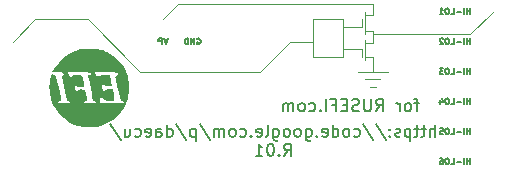
<source format=gbo>
G04 (created by PCBNEW (2013-07-07 BZR 4022)-stable) date 28/01/2014 11:02:56*
%MOIN*%
G04 Gerber Fmt 3.4, Leading zero omitted, Abs format*
%FSLAX34Y34*%
G01*
G70*
G90*
G04 APERTURE LIST*
%ADD10C,0.00590551*%
%ADD11C,0.008*%
%ADD12C,0.00393701*%
%ADD13C,0.005*%
%ADD14C,0.0001*%
G04 APERTURE END LIST*
G54D10*
G54D11*
X83545Y-63045D02*
X83392Y-63045D01*
X83488Y-63311D02*
X83488Y-62969D01*
X83469Y-62930D01*
X83430Y-62911D01*
X83392Y-62911D01*
X83202Y-63311D02*
X83240Y-63292D01*
X83259Y-63273D01*
X83278Y-63235D01*
X83278Y-63121D01*
X83259Y-63083D01*
X83240Y-63064D01*
X83202Y-63045D01*
X83145Y-63045D01*
X83107Y-63064D01*
X83088Y-63083D01*
X83069Y-63121D01*
X83069Y-63235D01*
X83088Y-63273D01*
X83107Y-63292D01*
X83145Y-63311D01*
X83202Y-63311D01*
X82897Y-63311D02*
X82897Y-63045D01*
X82897Y-63121D02*
X82878Y-63083D01*
X82859Y-63064D01*
X82821Y-63045D01*
X82783Y-63045D01*
X82116Y-63311D02*
X82250Y-63121D01*
X82345Y-63311D02*
X82345Y-62911D01*
X82192Y-62911D01*
X82154Y-62930D01*
X82135Y-62950D01*
X82116Y-62988D01*
X82116Y-63045D01*
X82135Y-63083D01*
X82154Y-63102D01*
X82192Y-63121D01*
X82345Y-63121D01*
X81945Y-62911D02*
X81945Y-63235D01*
X81926Y-63273D01*
X81907Y-63292D01*
X81869Y-63311D01*
X81792Y-63311D01*
X81754Y-63292D01*
X81735Y-63273D01*
X81716Y-63235D01*
X81716Y-62911D01*
X81545Y-63292D02*
X81488Y-63311D01*
X81392Y-63311D01*
X81354Y-63292D01*
X81335Y-63273D01*
X81316Y-63235D01*
X81316Y-63197D01*
X81335Y-63159D01*
X81354Y-63140D01*
X81392Y-63121D01*
X81469Y-63102D01*
X81507Y-63083D01*
X81526Y-63064D01*
X81545Y-63026D01*
X81545Y-62988D01*
X81526Y-62950D01*
X81507Y-62930D01*
X81469Y-62911D01*
X81373Y-62911D01*
X81316Y-62930D01*
X81145Y-63102D02*
X81011Y-63102D01*
X80954Y-63311D02*
X81145Y-63311D01*
X81145Y-62911D01*
X80954Y-62911D01*
X80650Y-63102D02*
X80783Y-63102D01*
X80783Y-63311D02*
X80783Y-62911D01*
X80592Y-62911D01*
X80440Y-63311D02*
X80440Y-62911D01*
X80250Y-63273D02*
X80230Y-63292D01*
X80250Y-63311D01*
X80269Y-63292D01*
X80250Y-63273D01*
X80250Y-63311D01*
X79888Y-63292D02*
X79926Y-63311D01*
X80002Y-63311D01*
X80040Y-63292D01*
X80059Y-63273D01*
X80078Y-63235D01*
X80078Y-63121D01*
X80059Y-63083D01*
X80040Y-63064D01*
X80002Y-63045D01*
X79926Y-63045D01*
X79888Y-63064D01*
X79659Y-63311D02*
X79697Y-63292D01*
X79716Y-63273D01*
X79735Y-63235D01*
X79735Y-63121D01*
X79716Y-63083D01*
X79697Y-63064D01*
X79659Y-63045D01*
X79602Y-63045D01*
X79564Y-63064D01*
X79545Y-63083D01*
X79526Y-63121D01*
X79526Y-63235D01*
X79545Y-63273D01*
X79564Y-63292D01*
X79602Y-63311D01*
X79659Y-63311D01*
X79354Y-63311D02*
X79354Y-63045D01*
X79354Y-63083D02*
X79335Y-63064D01*
X79297Y-63045D01*
X79240Y-63045D01*
X79202Y-63064D01*
X79183Y-63102D01*
X79183Y-63311D01*
X79183Y-63102D02*
X79164Y-63064D01*
X79126Y-63045D01*
X79069Y-63045D01*
X79030Y-63064D01*
X79011Y-63102D01*
X79011Y-63311D01*
G54D12*
X79250Y-61000D02*
X80000Y-61000D01*
X78250Y-62000D02*
X79250Y-61000D01*
X74250Y-62000D02*
X78250Y-62000D01*
X72500Y-60250D02*
X74250Y-62000D01*
X70750Y-60250D02*
X72500Y-60250D01*
X70000Y-61000D02*
X70750Y-60250D01*
X81900Y-62500D02*
X82100Y-62500D01*
X82000Y-60100D02*
X82000Y-59750D01*
X82000Y-60750D02*
X82000Y-60650D01*
X81750Y-60100D02*
X82000Y-60100D01*
X81750Y-60650D02*
X82000Y-60650D01*
X81500Y-61250D02*
X81650Y-61250D01*
X81650Y-61500D02*
X81650Y-61250D01*
X81650Y-60500D02*
X81500Y-60500D01*
X81650Y-60250D02*
X81650Y-60500D01*
X82000Y-61050D02*
X81750Y-61050D01*
X82000Y-60750D02*
X82000Y-61050D01*
X81750Y-61600D02*
X81750Y-60950D01*
X81750Y-61500D02*
X82000Y-61500D01*
X75500Y-59750D02*
X82000Y-59750D01*
X75000Y-60250D02*
X75500Y-59750D01*
X80000Y-60250D02*
X81000Y-60250D01*
X80000Y-61500D02*
X80000Y-60250D01*
X81000Y-61500D02*
X80000Y-61500D01*
X81000Y-60250D02*
X81000Y-61500D01*
X81500Y-61250D02*
X81000Y-61250D01*
X81750Y-62250D02*
X82250Y-62250D01*
X81500Y-62000D02*
X82500Y-62000D01*
X82000Y-61500D02*
X82000Y-62000D01*
X81500Y-60500D02*
X81000Y-60500D01*
X81750Y-60750D02*
X81750Y-60000D01*
X81750Y-60500D02*
X81750Y-60750D01*
X85250Y-60750D02*
X82000Y-60750D01*
X86000Y-60000D02*
X85250Y-60750D01*
G54D11*
X84080Y-64161D02*
X84080Y-63761D01*
X83909Y-64161D02*
X83909Y-63952D01*
X83928Y-63914D01*
X83966Y-63895D01*
X84023Y-63895D01*
X84061Y-63914D01*
X84080Y-63933D01*
X83776Y-63895D02*
X83623Y-63895D01*
X83719Y-63761D02*
X83719Y-64104D01*
X83699Y-64142D01*
X83661Y-64161D01*
X83623Y-64161D01*
X83547Y-63895D02*
X83395Y-63895D01*
X83490Y-63761D02*
X83490Y-64104D01*
X83471Y-64142D01*
X83433Y-64161D01*
X83395Y-64161D01*
X83261Y-63895D02*
X83261Y-64295D01*
X83261Y-63914D02*
X83223Y-63895D01*
X83147Y-63895D01*
X83109Y-63914D01*
X83090Y-63933D01*
X83071Y-63971D01*
X83071Y-64085D01*
X83090Y-64123D01*
X83109Y-64142D01*
X83147Y-64161D01*
X83223Y-64161D01*
X83261Y-64142D01*
X82919Y-64142D02*
X82880Y-64161D01*
X82804Y-64161D01*
X82766Y-64142D01*
X82747Y-64104D01*
X82747Y-64085D01*
X82766Y-64047D01*
X82804Y-64028D01*
X82861Y-64028D01*
X82900Y-64009D01*
X82919Y-63971D01*
X82919Y-63952D01*
X82900Y-63914D01*
X82861Y-63895D01*
X82804Y-63895D01*
X82766Y-63914D01*
X82576Y-64123D02*
X82557Y-64142D01*
X82576Y-64161D01*
X82595Y-64142D01*
X82576Y-64123D01*
X82576Y-64161D01*
X82576Y-63914D02*
X82557Y-63933D01*
X82576Y-63952D01*
X82595Y-63933D01*
X82576Y-63914D01*
X82576Y-63952D01*
X82100Y-63742D02*
X82442Y-64257D01*
X81680Y-63742D02*
X82023Y-64257D01*
X81376Y-64142D02*
X81414Y-64161D01*
X81490Y-64161D01*
X81528Y-64142D01*
X81547Y-64123D01*
X81566Y-64085D01*
X81566Y-63971D01*
X81547Y-63933D01*
X81528Y-63914D01*
X81490Y-63895D01*
X81414Y-63895D01*
X81376Y-63914D01*
X81147Y-64161D02*
X81185Y-64142D01*
X81204Y-64123D01*
X81223Y-64085D01*
X81223Y-63971D01*
X81204Y-63933D01*
X81185Y-63914D01*
X81147Y-63895D01*
X81090Y-63895D01*
X81052Y-63914D01*
X81033Y-63933D01*
X81014Y-63971D01*
X81014Y-64085D01*
X81033Y-64123D01*
X81052Y-64142D01*
X81090Y-64161D01*
X81147Y-64161D01*
X80671Y-64161D02*
X80671Y-63761D01*
X80671Y-64142D02*
X80709Y-64161D01*
X80785Y-64161D01*
X80823Y-64142D01*
X80842Y-64123D01*
X80861Y-64085D01*
X80861Y-63971D01*
X80842Y-63933D01*
X80823Y-63914D01*
X80785Y-63895D01*
X80709Y-63895D01*
X80671Y-63914D01*
X80328Y-64142D02*
X80366Y-64161D01*
X80442Y-64161D01*
X80480Y-64142D01*
X80500Y-64104D01*
X80500Y-63952D01*
X80480Y-63914D01*
X80442Y-63895D01*
X80366Y-63895D01*
X80328Y-63914D01*
X80309Y-63952D01*
X80309Y-63990D01*
X80500Y-64028D01*
X80138Y-64123D02*
X80119Y-64142D01*
X80138Y-64161D01*
X80157Y-64142D01*
X80138Y-64123D01*
X80138Y-64161D01*
X79776Y-63895D02*
X79776Y-64219D01*
X79795Y-64257D01*
X79814Y-64276D01*
X79852Y-64295D01*
X79909Y-64295D01*
X79947Y-64276D01*
X79776Y-64142D02*
X79814Y-64161D01*
X79890Y-64161D01*
X79928Y-64142D01*
X79947Y-64123D01*
X79966Y-64085D01*
X79966Y-63971D01*
X79947Y-63933D01*
X79928Y-63914D01*
X79890Y-63895D01*
X79814Y-63895D01*
X79776Y-63914D01*
X79528Y-64161D02*
X79566Y-64142D01*
X79585Y-64123D01*
X79604Y-64085D01*
X79604Y-63971D01*
X79585Y-63933D01*
X79566Y-63914D01*
X79528Y-63895D01*
X79471Y-63895D01*
X79433Y-63914D01*
X79414Y-63933D01*
X79395Y-63971D01*
X79395Y-64085D01*
X79414Y-64123D01*
X79433Y-64142D01*
X79471Y-64161D01*
X79528Y-64161D01*
X79166Y-64161D02*
X79204Y-64142D01*
X79223Y-64123D01*
X79242Y-64085D01*
X79242Y-63971D01*
X79223Y-63933D01*
X79204Y-63914D01*
X79166Y-63895D01*
X79109Y-63895D01*
X79071Y-63914D01*
X79052Y-63933D01*
X79033Y-63971D01*
X79033Y-64085D01*
X79052Y-64123D01*
X79071Y-64142D01*
X79109Y-64161D01*
X79166Y-64161D01*
X78690Y-63895D02*
X78690Y-64219D01*
X78709Y-64257D01*
X78728Y-64276D01*
X78766Y-64295D01*
X78823Y-64295D01*
X78861Y-64276D01*
X78690Y-64142D02*
X78728Y-64161D01*
X78804Y-64161D01*
X78842Y-64142D01*
X78861Y-64123D01*
X78880Y-64085D01*
X78880Y-63971D01*
X78861Y-63933D01*
X78842Y-63914D01*
X78804Y-63895D01*
X78728Y-63895D01*
X78690Y-63914D01*
X78442Y-64161D02*
X78480Y-64142D01*
X78500Y-64104D01*
X78500Y-63761D01*
X78138Y-64142D02*
X78176Y-64161D01*
X78252Y-64161D01*
X78290Y-64142D01*
X78309Y-64104D01*
X78309Y-63952D01*
X78290Y-63914D01*
X78252Y-63895D01*
X78176Y-63895D01*
X78138Y-63914D01*
X78119Y-63952D01*
X78119Y-63990D01*
X78309Y-64028D01*
X77947Y-64123D02*
X77928Y-64142D01*
X77947Y-64161D01*
X77966Y-64142D01*
X77947Y-64123D01*
X77947Y-64161D01*
X77585Y-64142D02*
X77623Y-64161D01*
X77700Y-64161D01*
X77738Y-64142D01*
X77757Y-64123D01*
X77776Y-64085D01*
X77776Y-63971D01*
X77757Y-63933D01*
X77738Y-63914D01*
X77700Y-63895D01*
X77623Y-63895D01*
X77585Y-63914D01*
X77357Y-64161D02*
X77395Y-64142D01*
X77414Y-64123D01*
X77433Y-64085D01*
X77433Y-63971D01*
X77414Y-63933D01*
X77395Y-63914D01*
X77357Y-63895D01*
X77300Y-63895D01*
X77261Y-63914D01*
X77242Y-63933D01*
X77223Y-63971D01*
X77223Y-64085D01*
X77242Y-64123D01*
X77261Y-64142D01*
X77300Y-64161D01*
X77357Y-64161D01*
X77052Y-64161D02*
X77052Y-63895D01*
X77052Y-63933D02*
X77033Y-63914D01*
X76995Y-63895D01*
X76938Y-63895D01*
X76900Y-63914D01*
X76880Y-63952D01*
X76880Y-64161D01*
X76880Y-63952D02*
X76861Y-63914D01*
X76823Y-63895D01*
X76766Y-63895D01*
X76728Y-63914D01*
X76709Y-63952D01*
X76709Y-64161D01*
X76233Y-63742D02*
X76576Y-64257D01*
X76100Y-63895D02*
X76100Y-64295D01*
X76100Y-63914D02*
X76061Y-63895D01*
X75985Y-63895D01*
X75947Y-63914D01*
X75928Y-63933D01*
X75909Y-63971D01*
X75909Y-64085D01*
X75928Y-64123D01*
X75947Y-64142D01*
X75985Y-64161D01*
X76061Y-64161D01*
X76100Y-64142D01*
X75452Y-63742D02*
X75795Y-64257D01*
X75147Y-64161D02*
X75147Y-63761D01*
X75147Y-64142D02*
X75185Y-64161D01*
X75261Y-64161D01*
X75300Y-64142D01*
X75319Y-64123D01*
X75338Y-64085D01*
X75338Y-63971D01*
X75319Y-63933D01*
X75300Y-63914D01*
X75261Y-63895D01*
X75185Y-63895D01*
X75147Y-63914D01*
X74785Y-64161D02*
X74785Y-63952D01*
X74804Y-63914D01*
X74842Y-63895D01*
X74919Y-63895D01*
X74957Y-63914D01*
X74785Y-64142D02*
X74823Y-64161D01*
X74919Y-64161D01*
X74957Y-64142D01*
X74976Y-64104D01*
X74976Y-64066D01*
X74957Y-64028D01*
X74919Y-64009D01*
X74823Y-64009D01*
X74785Y-63990D01*
X74442Y-64142D02*
X74480Y-64161D01*
X74557Y-64161D01*
X74595Y-64142D01*
X74614Y-64104D01*
X74614Y-63952D01*
X74595Y-63914D01*
X74557Y-63895D01*
X74480Y-63895D01*
X74442Y-63914D01*
X74423Y-63952D01*
X74423Y-63990D01*
X74614Y-64028D01*
X74080Y-64142D02*
X74119Y-64161D01*
X74195Y-64161D01*
X74233Y-64142D01*
X74252Y-64123D01*
X74271Y-64085D01*
X74271Y-63971D01*
X74252Y-63933D01*
X74233Y-63914D01*
X74195Y-63895D01*
X74119Y-63895D01*
X74080Y-63914D01*
X73738Y-63895D02*
X73738Y-64161D01*
X73909Y-63895D02*
X73909Y-64104D01*
X73890Y-64142D01*
X73852Y-64161D01*
X73795Y-64161D01*
X73757Y-64142D01*
X73738Y-64123D01*
X73261Y-63742D02*
X73604Y-64257D01*
X79052Y-64801D02*
X79185Y-64611D01*
X79280Y-64801D02*
X79280Y-64401D01*
X79128Y-64401D01*
X79090Y-64420D01*
X79071Y-64440D01*
X79052Y-64478D01*
X79052Y-64535D01*
X79071Y-64573D01*
X79090Y-64592D01*
X79128Y-64611D01*
X79280Y-64611D01*
X78880Y-64763D02*
X78861Y-64782D01*
X78880Y-64801D01*
X78900Y-64782D01*
X78880Y-64763D01*
X78880Y-64801D01*
X78614Y-64401D02*
X78576Y-64401D01*
X78538Y-64420D01*
X78519Y-64440D01*
X78500Y-64478D01*
X78480Y-64554D01*
X78480Y-64649D01*
X78500Y-64725D01*
X78519Y-64763D01*
X78538Y-64782D01*
X78576Y-64801D01*
X78614Y-64801D01*
X78652Y-64782D01*
X78671Y-64763D01*
X78690Y-64725D01*
X78709Y-64649D01*
X78709Y-64554D01*
X78690Y-64478D01*
X78671Y-64440D01*
X78652Y-64420D01*
X78614Y-64401D01*
X78100Y-64801D02*
X78328Y-64801D01*
X78214Y-64801D02*
X78214Y-64401D01*
X78252Y-64459D01*
X78290Y-64497D01*
X78328Y-64516D01*
G54D13*
X85259Y-61080D02*
X85259Y-60880D01*
X85259Y-60976D02*
X85145Y-60976D01*
X85145Y-61080D02*
X85145Y-60880D01*
X85050Y-61080D02*
X85050Y-60880D01*
X84954Y-61004D02*
X84802Y-61004D01*
X84611Y-61080D02*
X84707Y-61080D01*
X84707Y-60880D01*
X84507Y-60880D02*
X84469Y-60880D01*
X84450Y-60890D01*
X84430Y-60909D01*
X84421Y-60947D01*
X84421Y-61014D01*
X84430Y-61052D01*
X84450Y-61071D01*
X84469Y-61080D01*
X84507Y-61080D01*
X84526Y-61071D01*
X84545Y-61052D01*
X84554Y-61014D01*
X84554Y-60947D01*
X84545Y-60909D01*
X84526Y-60890D01*
X84507Y-60880D01*
X84345Y-60900D02*
X84335Y-60890D01*
X84316Y-60880D01*
X84269Y-60880D01*
X84250Y-60890D01*
X84240Y-60900D01*
X84230Y-60919D01*
X84230Y-60938D01*
X84240Y-60966D01*
X84354Y-61080D01*
X84230Y-61080D01*
X85259Y-60080D02*
X85259Y-59880D01*
X85259Y-59976D02*
X85145Y-59976D01*
X85145Y-60080D02*
X85145Y-59880D01*
X85050Y-60080D02*
X85050Y-59880D01*
X84954Y-60004D02*
X84802Y-60004D01*
X84611Y-60080D02*
X84707Y-60080D01*
X84707Y-59880D01*
X84507Y-59880D02*
X84469Y-59880D01*
X84450Y-59890D01*
X84430Y-59909D01*
X84421Y-59947D01*
X84421Y-60014D01*
X84430Y-60052D01*
X84450Y-60071D01*
X84469Y-60080D01*
X84507Y-60080D01*
X84526Y-60071D01*
X84545Y-60052D01*
X84554Y-60014D01*
X84554Y-59947D01*
X84545Y-59909D01*
X84526Y-59890D01*
X84507Y-59880D01*
X84230Y-60080D02*
X84345Y-60080D01*
X84288Y-60080D02*
X84288Y-59880D01*
X84307Y-59909D01*
X84326Y-59928D01*
X84345Y-59938D01*
X85259Y-62080D02*
X85259Y-61880D01*
X85259Y-61976D02*
X85145Y-61976D01*
X85145Y-62080D02*
X85145Y-61880D01*
X85050Y-62080D02*
X85050Y-61880D01*
X84954Y-62004D02*
X84802Y-62004D01*
X84611Y-62080D02*
X84707Y-62080D01*
X84707Y-61880D01*
X84507Y-61880D02*
X84469Y-61880D01*
X84450Y-61890D01*
X84430Y-61909D01*
X84421Y-61947D01*
X84421Y-62014D01*
X84430Y-62052D01*
X84450Y-62071D01*
X84469Y-62080D01*
X84507Y-62080D01*
X84526Y-62071D01*
X84545Y-62052D01*
X84554Y-62014D01*
X84554Y-61947D01*
X84545Y-61909D01*
X84526Y-61890D01*
X84507Y-61880D01*
X84354Y-61880D02*
X84230Y-61880D01*
X84297Y-61957D01*
X84269Y-61957D01*
X84250Y-61966D01*
X84240Y-61976D01*
X84230Y-61995D01*
X84230Y-62042D01*
X84240Y-62061D01*
X84250Y-62071D01*
X84269Y-62080D01*
X84326Y-62080D01*
X84345Y-62071D01*
X84354Y-62061D01*
X85259Y-63080D02*
X85259Y-62880D01*
X85259Y-62976D02*
X85145Y-62976D01*
X85145Y-63080D02*
X85145Y-62880D01*
X85050Y-63080D02*
X85050Y-62880D01*
X84954Y-63004D02*
X84802Y-63004D01*
X84611Y-63080D02*
X84707Y-63080D01*
X84707Y-62880D01*
X84507Y-62880D02*
X84469Y-62880D01*
X84450Y-62890D01*
X84430Y-62909D01*
X84421Y-62947D01*
X84421Y-63014D01*
X84430Y-63052D01*
X84450Y-63071D01*
X84469Y-63080D01*
X84507Y-63080D01*
X84526Y-63071D01*
X84545Y-63052D01*
X84554Y-63014D01*
X84554Y-62947D01*
X84545Y-62909D01*
X84526Y-62890D01*
X84507Y-62880D01*
X84250Y-62947D02*
X84250Y-63080D01*
X84297Y-62871D02*
X84345Y-63014D01*
X84221Y-63014D01*
X76152Y-60890D02*
X76171Y-60880D01*
X76200Y-60880D01*
X76228Y-60890D01*
X76247Y-60909D01*
X76257Y-60928D01*
X76266Y-60966D01*
X76266Y-60995D01*
X76257Y-61033D01*
X76247Y-61052D01*
X76228Y-61071D01*
X76200Y-61080D01*
X76180Y-61080D01*
X76152Y-61071D01*
X76142Y-61061D01*
X76142Y-60995D01*
X76180Y-60995D01*
X76057Y-61080D02*
X76057Y-60880D01*
X75942Y-61080D01*
X75942Y-60880D01*
X75847Y-61080D02*
X75847Y-60880D01*
X75800Y-60880D01*
X75771Y-60890D01*
X75752Y-60909D01*
X75742Y-60928D01*
X75733Y-60966D01*
X75733Y-60995D01*
X75742Y-61033D01*
X75752Y-61052D01*
X75771Y-61071D01*
X75800Y-61080D01*
X75847Y-61080D01*
X75166Y-60880D02*
X75100Y-61080D01*
X75033Y-60880D01*
X74966Y-61080D02*
X74966Y-60880D01*
X74890Y-60880D01*
X74871Y-60890D01*
X74861Y-60900D01*
X74852Y-60919D01*
X74852Y-60947D01*
X74861Y-60966D01*
X74871Y-60976D01*
X74890Y-60985D01*
X74966Y-60985D01*
X85259Y-65080D02*
X85259Y-64880D01*
X85259Y-64976D02*
X85145Y-64976D01*
X85145Y-65080D02*
X85145Y-64880D01*
X85050Y-65080D02*
X85050Y-64880D01*
X84954Y-65004D02*
X84802Y-65004D01*
X84611Y-65080D02*
X84707Y-65080D01*
X84707Y-64880D01*
X84507Y-64880D02*
X84469Y-64880D01*
X84450Y-64890D01*
X84430Y-64909D01*
X84421Y-64947D01*
X84421Y-65014D01*
X84430Y-65052D01*
X84450Y-65071D01*
X84469Y-65080D01*
X84507Y-65080D01*
X84526Y-65071D01*
X84545Y-65052D01*
X84554Y-65014D01*
X84554Y-64947D01*
X84545Y-64909D01*
X84526Y-64890D01*
X84507Y-64880D01*
X84250Y-64880D02*
X84288Y-64880D01*
X84307Y-64890D01*
X84316Y-64900D01*
X84335Y-64928D01*
X84345Y-64966D01*
X84345Y-65042D01*
X84335Y-65061D01*
X84326Y-65071D01*
X84307Y-65080D01*
X84269Y-65080D01*
X84250Y-65071D01*
X84240Y-65061D01*
X84230Y-65042D01*
X84230Y-64995D01*
X84240Y-64976D01*
X84250Y-64966D01*
X84269Y-64957D01*
X84307Y-64957D01*
X84326Y-64966D01*
X84335Y-64976D01*
X84345Y-64995D01*
X85259Y-64080D02*
X85259Y-63880D01*
X85259Y-63976D02*
X85145Y-63976D01*
X85145Y-64080D02*
X85145Y-63880D01*
X85050Y-64080D02*
X85050Y-63880D01*
X84954Y-64004D02*
X84802Y-64004D01*
X84611Y-64080D02*
X84707Y-64080D01*
X84707Y-63880D01*
X84507Y-63880D02*
X84469Y-63880D01*
X84450Y-63890D01*
X84430Y-63909D01*
X84421Y-63947D01*
X84421Y-64014D01*
X84430Y-64052D01*
X84450Y-64071D01*
X84469Y-64080D01*
X84507Y-64080D01*
X84526Y-64071D01*
X84545Y-64052D01*
X84554Y-64014D01*
X84554Y-63947D01*
X84545Y-63909D01*
X84526Y-63890D01*
X84507Y-63880D01*
X84240Y-63880D02*
X84335Y-63880D01*
X84345Y-63976D01*
X84335Y-63966D01*
X84316Y-63957D01*
X84269Y-63957D01*
X84250Y-63966D01*
X84240Y-63976D01*
X84230Y-63995D01*
X84230Y-64042D01*
X84240Y-64061D01*
X84250Y-64071D01*
X84269Y-64080D01*
X84316Y-64080D01*
X84335Y-64071D01*
X84345Y-64061D01*
G54D14*
G36*
X73867Y-62533D02*
X73865Y-62700D01*
X73859Y-62819D01*
X73844Y-62908D01*
X73819Y-62985D01*
X73779Y-63070D01*
X73774Y-63080D01*
X73700Y-63196D01*
X73700Y-63017D01*
X73651Y-62985D01*
X73636Y-62983D01*
X73608Y-62950D01*
X73574Y-62852D01*
X73535Y-62688D01*
X73519Y-62608D01*
X73488Y-62453D01*
X73461Y-62318D01*
X73440Y-62219D01*
X73429Y-62175D01*
X73435Y-62126D01*
X73464Y-62117D01*
X73510Y-62091D01*
X73517Y-62067D01*
X73506Y-62044D01*
X73468Y-62030D01*
X73392Y-62021D01*
X73268Y-62017D01*
X73139Y-62017D01*
X72761Y-62017D01*
X72776Y-62117D01*
X72799Y-62187D01*
X72835Y-62216D01*
X72836Y-62217D01*
X72866Y-62193D01*
X72862Y-62166D01*
X72862Y-62138D01*
X72900Y-62123D01*
X72986Y-62117D01*
X73041Y-62117D01*
X73239Y-62117D01*
X73272Y-62300D01*
X73305Y-62483D01*
X73177Y-62483D01*
X73096Y-62475D01*
X73052Y-62456D01*
X73050Y-62450D01*
X73023Y-62420D01*
X73004Y-62417D01*
X72975Y-62435D01*
X72976Y-62500D01*
X72980Y-62522D01*
X73005Y-62590D01*
X73039Y-62638D01*
X73070Y-62652D01*
X73083Y-62620D01*
X73083Y-62619D01*
X73113Y-62596D01*
X73186Y-62584D01*
X73214Y-62583D01*
X73345Y-62583D01*
X73368Y-62768D01*
X73378Y-62872D01*
X73378Y-62948D01*
X73373Y-62971D01*
X73325Y-62983D01*
X73243Y-62977D01*
X73149Y-62959D01*
X73067Y-62934D01*
X73020Y-62906D01*
X73017Y-62897D01*
X72990Y-62855D01*
X72967Y-62850D01*
X72927Y-62880D01*
X72917Y-62950D01*
X72917Y-63050D01*
X73318Y-63050D01*
X73503Y-63047D01*
X73629Y-63040D01*
X73693Y-63027D01*
X73700Y-63017D01*
X73700Y-63196D01*
X73604Y-63348D01*
X73399Y-63560D01*
X73160Y-63715D01*
X72952Y-63796D01*
X72783Y-63829D01*
X72783Y-63017D01*
X72756Y-62987D01*
X72733Y-62983D01*
X72689Y-62977D01*
X72683Y-62971D01*
X72677Y-62936D01*
X72660Y-62848D01*
X72634Y-62720D01*
X72603Y-62566D01*
X72600Y-62550D01*
X72564Y-62373D01*
X72539Y-62252D01*
X72526Y-62176D01*
X72523Y-62135D01*
X72529Y-62118D01*
X72544Y-62115D01*
X72567Y-62117D01*
X72611Y-62090D01*
X72617Y-62067D01*
X72606Y-62044D01*
X72568Y-62030D01*
X72492Y-62021D01*
X72368Y-62017D01*
X72239Y-62017D01*
X71861Y-62017D01*
X71876Y-62117D01*
X71899Y-62187D01*
X71935Y-62216D01*
X71936Y-62217D01*
X71966Y-62193D01*
X71962Y-62167D01*
X71963Y-62137D01*
X72001Y-62122D01*
X72090Y-62117D01*
X72128Y-62117D01*
X72232Y-62121D01*
X72306Y-62133D01*
X72329Y-62143D01*
X72343Y-62190D01*
X72359Y-62278D01*
X72369Y-62343D01*
X72392Y-62517D01*
X72277Y-62517D01*
X72188Y-62506D01*
X72126Y-62479D01*
X72124Y-62477D01*
X72080Y-62450D01*
X72065Y-62483D01*
X72073Y-62558D01*
X72100Y-62617D01*
X72139Y-62650D01*
X72173Y-62648D01*
X72183Y-62617D01*
X72211Y-62592D01*
X72276Y-62583D01*
X72351Y-62590D01*
X72411Y-62611D01*
X72427Y-62629D01*
X72442Y-62688D01*
X72460Y-62784D01*
X72468Y-62829D01*
X72478Y-62924D01*
X72471Y-62970D01*
X72441Y-62983D01*
X72437Y-62983D01*
X72390Y-63000D01*
X72383Y-63017D01*
X72414Y-63034D01*
X72493Y-63046D01*
X72583Y-63050D01*
X72690Y-63045D01*
X72762Y-63032D01*
X72783Y-63017D01*
X72783Y-63829D01*
X72775Y-63831D01*
X72570Y-63845D01*
X72365Y-63838D01*
X72189Y-63810D01*
X72159Y-63801D01*
X71924Y-63697D01*
X71702Y-63543D01*
X71512Y-63352D01*
X71369Y-63139D01*
X71357Y-63114D01*
X71281Y-62908D01*
X71235Y-62677D01*
X71225Y-62455D01*
X71230Y-62394D01*
X71251Y-62260D01*
X71278Y-62152D01*
X71307Y-62082D01*
X71335Y-62063D01*
X71343Y-62071D01*
X71394Y-62113D01*
X71414Y-62122D01*
X71444Y-62163D01*
X71480Y-62269D01*
X71520Y-62435D01*
X71537Y-62518D01*
X71573Y-62701D01*
X71596Y-62828D01*
X71608Y-62910D01*
X71609Y-62956D01*
X71599Y-62977D01*
X71580Y-62983D01*
X71567Y-62983D01*
X71522Y-63001D01*
X71517Y-63017D01*
X71547Y-63034D01*
X71626Y-63046D01*
X71717Y-63050D01*
X71830Y-63044D01*
X71900Y-63028D01*
X71919Y-63006D01*
X71880Y-62982D01*
X71856Y-62975D01*
X71825Y-62953D01*
X71798Y-62899D01*
X71771Y-62801D01*
X71741Y-62649D01*
X71738Y-62630D01*
X71711Y-62478D01*
X71686Y-62343D01*
X71667Y-62242D01*
X71661Y-62208D01*
X71656Y-62140D01*
X71687Y-62117D01*
X71695Y-62116D01*
X71732Y-62096D01*
X71729Y-62066D01*
X71695Y-62036D01*
X71618Y-62020D01*
X71510Y-62016D01*
X71311Y-62017D01*
X71386Y-61892D01*
X71535Y-61691D01*
X71726Y-61508D01*
X71937Y-61364D01*
X71983Y-61340D01*
X72083Y-61292D01*
X72166Y-61262D01*
X72252Y-61244D01*
X72359Y-61236D01*
X72508Y-61234D01*
X72566Y-61234D01*
X72733Y-61236D01*
X72853Y-61242D01*
X72944Y-61257D01*
X73025Y-61284D01*
X73116Y-61325D01*
X73131Y-61332D01*
X73341Y-61465D01*
X73536Y-61643D01*
X73698Y-61846D01*
X73771Y-61972D01*
X73814Y-62065D01*
X73842Y-62146D01*
X73857Y-62235D01*
X73865Y-62351D01*
X73866Y-62513D01*
X73867Y-62533D01*
X73867Y-62533D01*
X73867Y-62533D01*
G37*
M02*

</source>
